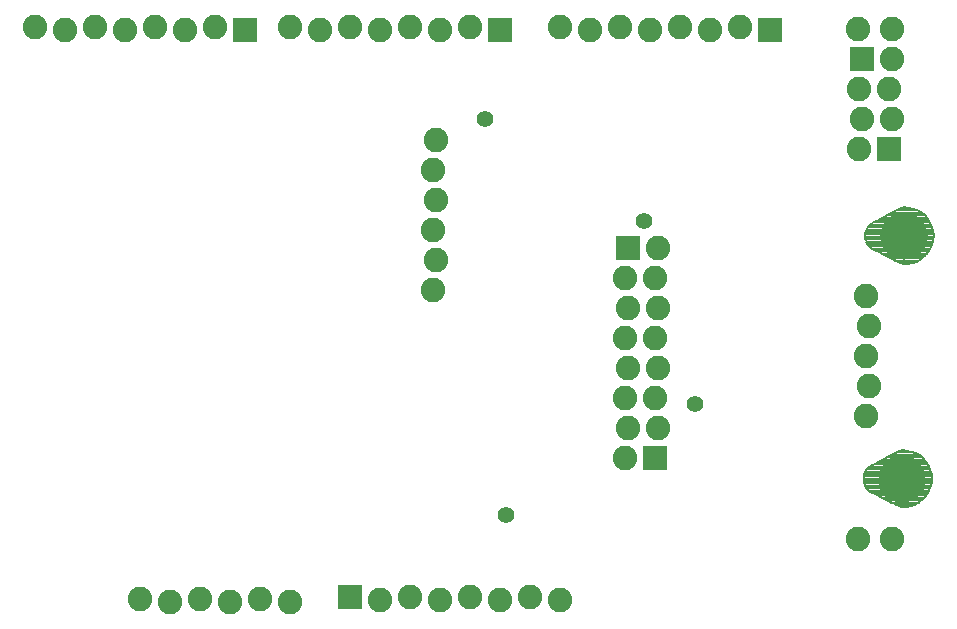
<source format=gts>
G75*
%MOIN*%
%OFA0B0*%
%FSLAX25Y25*%
%IPPOS*%
%LPD*%
%AMOC8*
5,1,8,0,0,1.08239X$1,22.5*
%
%ADD10R,0.08200X0.08200*%
%ADD11C,0.08200*%
%ADD12C,0.15800*%
%ADD13C,0.00800*%
%ADD14C,0.05556*%
D10*
X0115400Y0011900D03*
X0216900Y0058400D03*
X0207900Y0128400D03*
X0294900Y0161400D03*
X0285900Y0191400D03*
X0255400Y0200900D03*
X0165400Y0200900D03*
X0080400Y0200900D03*
D11*
X0045400Y0011400D03*
X0055400Y0010400D03*
X0065400Y0011400D03*
X0075400Y0010400D03*
X0085400Y0011400D03*
X0095400Y0010400D03*
X0125400Y0010900D03*
X0135400Y0011900D03*
X0145400Y0010900D03*
X0155400Y0011900D03*
X0165400Y0010900D03*
X0175400Y0011900D03*
X0185400Y0010900D03*
X0206900Y0058400D03*
X0207900Y0068400D03*
X0217900Y0068400D03*
X0216900Y0078400D03*
X0206900Y0078400D03*
X0207900Y0088400D03*
X0217900Y0088400D03*
X0216900Y0098400D03*
X0206900Y0098400D03*
X0207900Y0108400D03*
X0217900Y0108400D03*
X0216900Y0118400D03*
X0206900Y0118400D03*
X0217900Y0128400D03*
X0284900Y0161400D03*
X0285900Y0171400D03*
X0295900Y0171400D03*
X0294900Y0181400D03*
X0284900Y0181400D03*
X0295900Y0191400D03*
X0296100Y0201400D03*
X0284700Y0201400D03*
X0245400Y0201900D03*
X0235400Y0200900D03*
X0225400Y0201900D03*
X0215400Y0200900D03*
X0205400Y0201900D03*
X0195400Y0200900D03*
X0185400Y0201900D03*
X0155400Y0201900D03*
X0145400Y0200900D03*
X0135400Y0201900D03*
X0125400Y0200900D03*
X0115400Y0201900D03*
X0105400Y0200900D03*
X0095400Y0201900D03*
X0070400Y0201900D03*
X0060400Y0200900D03*
X0050400Y0201900D03*
X0040400Y0200900D03*
X0030400Y0201900D03*
X0020400Y0200900D03*
X0010400Y0201900D03*
X0143900Y0164400D03*
X0142900Y0154400D03*
X0143900Y0144400D03*
X0142900Y0134400D03*
X0143900Y0124400D03*
X0142900Y0114400D03*
X0284700Y0031400D03*
X0296100Y0031400D03*
X0287400Y0072400D03*
X0288400Y0082400D03*
X0287400Y0092400D03*
X0288400Y0102400D03*
X0287400Y0112400D03*
D12*
X0299900Y0132400D03*
X0299400Y0051400D03*
D13*
X0294768Y0043927D02*
X0290522Y0046400D01*
X0289645Y0046682D01*
X0288833Y0047116D01*
X0288112Y0047689D01*
X0287505Y0048382D01*
X0287032Y0049172D01*
X0286707Y0050033D01*
X0286543Y0050940D01*
X0286543Y0051860D01*
X0286707Y0052767D01*
X0287032Y0053628D01*
X0287505Y0054418D01*
X0288112Y0055111D01*
X0288833Y0055684D01*
X0289645Y0056118D01*
X0290522Y0056400D01*
X0293395Y0058110D01*
X0296386Y0059603D01*
X0299479Y0060872D01*
X0300998Y0060788D01*
X0302486Y0060467D01*
X0303905Y0059917D01*
X0305221Y0059152D01*
X0306401Y0058191D01*
X0307416Y0057057D01*
X0308241Y0055778D01*
X0308856Y0054385D01*
X0309245Y0052914D01*
X0309400Y0051400D01*
X0309231Y0049856D01*
X0308822Y0048358D01*
X0308184Y0046941D01*
X0307332Y0045643D01*
X0306288Y0044493D01*
X0305076Y0043521D01*
X0303728Y0042750D01*
X0302275Y0042200D01*
X0300755Y0041884D01*
X0299203Y0041809D01*
X0294768Y0043927D01*
X0294263Y0044221D02*
X0305949Y0044221D01*
X0306766Y0045020D02*
X0292892Y0045020D01*
X0291521Y0045818D02*
X0307447Y0045818D01*
X0307971Y0046617D02*
X0289849Y0046617D01*
X0288457Y0047415D02*
X0308397Y0047415D01*
X0308757Y0048214D02*
X0287652Y0048214D01*
X0287127Y0049012D02*
X0309001Y0049012D01*
X0309218Y0049811D02*
X0286791Y0049811D01*
X0286603Y0050609D02*
X0309313Y0050609D01*
X0309399Y0051408D02*
X0286543Y0051408D01*
X0286606Y0052206D02*
X0309318Y0052206D01*
X0309221Y0053005D02*
X0286797Y0053005D01*
X0287136Y0053803D02*
X0309010Y0053803D01*
X0308760Y0054602D02*
X0287666Y0054602D01*
X0288477Y0055400D02*
X0308408Y0055400D01*
X0307969Y0056199D02*
X0289897Y0056199D01*
X0291526Y0056997D02*
X0307454Y0056997D01*
X0306754Y0057796D02*
X0292867Y0057796D01*
X0294365Y0058594D02*
X0305906Y0058594D01*
X0304807Y0059393D02*
X0295964Y0059393D01*
X0297819Y0060191D02*
X0303198Y0060191D01*
X0304904Y0043423D02*
X0295824Y0043423D01*
X0297497Y0042624D02*
X0303395Y0042624D01*
X0299539Y0041826D02*
X0299169Y0041826D01*
X0299703Y0122809D02*
X0301255Y0122884D01*
X0302775Y0123200D01*
X0304228Y0123750D01*
X0305576Y0124521D01*
X0306788Y0125493D01*
X0307832Y0126643D01*
X0308684Y0127941D01*
X0309322Y0129358D01*
X0309731Y0130856D01*
X0309900Y0132400D01*
X0309745Y0133914D01*
X0309356Y0135385D01*
X0308741Y0136778D01*
X0307916Y0138057D01*
X0306901Y0139191D01*
X0305721Y0140152D01*
X0304405Y0140917D01*
X0302986Y0141467D01*
X0301498Y0141788D01*
X0299979Y0141872D01*
X0296886Y0140603D01*
X0293895Y0139110D01*
X0291022Y0137400D01*
X0290145Y0137118D01*
X0289333Y0136684D01*
X0288612Y0136111D01*
X0288005Y0135418D01*
X0287532Y0134628D01*
X0287207Y0133767D01*
X0287043Y0132860D01*
X0287043Y0131940D01*
X0287207Y0131033D01*
X0287532Y0130172D01*
X0288005Y0129382D01*
X0288612Y0128689D01*
X0289333Y0128116D01*
X0290145Y0127682D01*
X0291022Y0127400D01*
X0295268Y0124927D01*
X0299703Y0122809D01*
X0298731Y0123274D02*
X0302970Y0123274D01*
X0304791Y0124072D02*
X0297058Y0124072D01*
X0295386Y0124871D02*
X0306012Y0124871D01*
X0306948Y0125669D02*
X0293993Y0125669D01*
X0292623Y0126468D02*
X0307673Y0126468D01*
X0308241Y0127266D02*
X0291252Y0127266D01*
X0289430Y0128065D02*
X0308739Y0128065D01*
X0309099Y0128863D02*
X0288459Y0128863D01*
X0287837Y0129662D02*
X0309405Y0129662D01*
X0309623Y0130460D02*
X0287423Y0130460D01*
X0287166Y0131259D02*
X0309775Y0131259D01*
X0309862Y0132057D02*
X0287043Y0132057D01*
X0287043Y0132856D02*
X0309853Y0132856D01*
X0309772Y0133654D02*
X0287187Y0133654D01*
X0287466Y0134453D02*
X0309603Y0134453D01*
X0309391Y0135251D02*
X0287905Y0135251D01*
X0288559Y0136050D02*
X0309062Y0136050D01*
X0308695Y0136848D02*
X0289641Y0136848D01*
X0291437Y0137647D02*
X0308180Y0137647D01*
X0307568Y0138445D02*
X0292778Y0138445D01*
X0294163Y0139244D02*
X0306836Y0139244D01*
X0305856Y0140042D02*
X0295762Y0140042D01*
X0297465Y0140841D02*
X0304536Y0140841D01*
X0302187Y0141639D02*
X0299411Y0141639D01*
D14*
X0213400Y0137400D03*
X0160400Y0171400D03*
X0230400Y0076400D03*
X0167400Y0039400D03*
M02*

</source>
